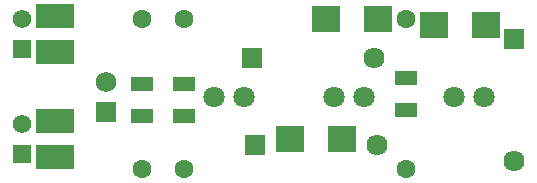
<source format=gbs>
%FSTAX23Y23*%
%MOIN*%
%SFA1B1*%

%IPPOS*%
%ADD14R,0.069023X0.069023*%
%ADD15C,0.069023*%
%ADD16C,0.063118*%
%ADD17C,0.061811*%
%ADD18R,0.061811X0.061811*%
%ADD19R,0.070598X0.070598*%
%ADD20C,0.070598*%
%ADD21R,0.070598X0.070598*%
%ADD22C,0.070992*%
%ADD35R,0.097764X0.091464*%
%ADD36R,0.128000X0.083000*%
%ADD37R,0.074929X0.051307*%
%LNpcb1-1*%
%LPD*%
G54D14*
X0072Y0024D03*
G54D15*
X0072Y0034D03*
G54D16*
X0084Y0005D03*
Y0055D03*
X0172Y0005D03*
Y0055D03*
X0098D03*
Y0005D03*
G54D17*
X0044Y002D03*
Y0055D03*
G54D18*
X0044Y001D03*
Y0045D03*
G54D19*
X01206Y0042D03*
X01216Y0013D03*
G54D20*
X01613Y0042D03*
X01623Y0013D03*
X0208Y00076D03*
G54D21*
X0208Y00483D03*
G54D22*
X0188Y0029D03*
X0198D03*
X0158D03*
X0148D03*
X0108D03*
X0118D03*
G54D35*
X01814Y0053D03*
X01985D03*
X01625Y0055D03*
X01454D03*
X01505Y0015D03*
X01334D03*
G54D36*
X0055Y0021D03*
Y0009D03*
X0055Y0044D03*
Y0056D03*
G54D37*
X0172Y00246D03*
Y00353D03*
X0084Y00333D03*
Y00226D03*
X0098Y00333D03*
Y00226D03*
M02*
</source>
